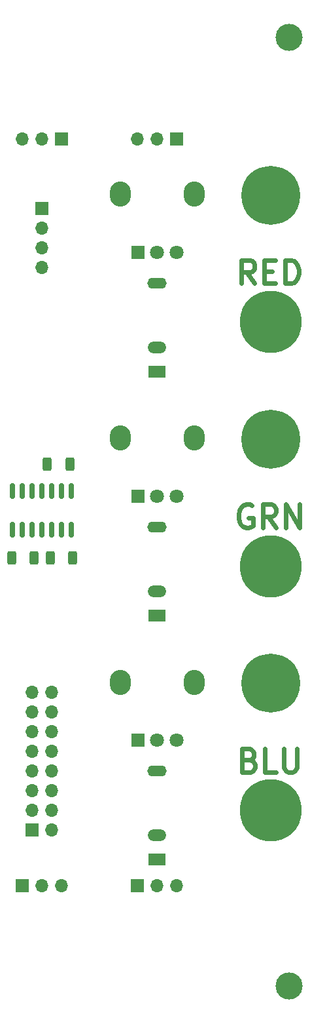
<source format=gbr>
%TF.GenerationSoftware,KiCad,Pcbnew,(6.0.0)*%
%TF.CreationDate,2022-02-24T10:47:42+08:00*%
%TF.ProjectId,LedController 2HP sandwich,4c656443-6f6e-4747-926f-6c6c65722032,rev?*%
%TF.SameCoordinates,Original*%
%TF.FileFunction,Soldermask,Top*%
%TF.FilePolarity,Negative*%
%FSLAX46Y46*%
G04 Gerber Fmt 4.6, Leading zero omitted, Abs format (unit mm)*
G04 Created by KiCad (PCBNEW (6.0.0)) date 2022-02-24 10:47:42*
%MOMM*%
%LPD*%
G01*
G04 APERTURE LIST*
G04 Aperture macros list*
%AMRoundRect*
0 Rectangle with rounded corners*
0 $1 Rounding radius*
0 $2 $3 $4 $5 $6 $7 $8 $9 X,Y pos of 4 corners*
0 Add a 4 corners polygon primitive as box body*
4,1,4,$2,$3,$4,$5,$6,$7,$8,$9,$2,$3,0*
0 Add four circle primitives for the rounded corners*
1,1,$1+$1,$2,$3*
1,1,$1+$1,$4,$5*
1,1,$1+$1,$6,$7*
1,1,$1+$1,$8,$9*
0 Add four rect primitives between the rounded corners*
20,1,$1+$1,$2,$3,$4,$5,0*
20,1,$1+$1,$4,$5,$6,$7,0*
20,1,$1+$1,$6,$7,$8,$9,0*
20,1,$1+$1,$8,$9,$2,$3,0*%
G04 Aperture macros list end*
%ADD10C,0.600000*%
%ADD11RoundRect,0.250000X0.312500X0.625000X-0.312500X0.625000X-0.312500X-0.625000X0.312500X-0.625000X0*%
%ADD12RoundRect,0.250000X-0.312500X-0.625000X0.312500X-0.625000X0.312500X0.625000X-0.312500X0.625000X0*%
%ADD13O,2.720000X3.240000*%
%ADD14R,1.800000X1.800000*%
%ADD15C,1.800000*%
%ADD16RoundRect,0.150000X0.150000X-0.825000X0.150000X0.825000X-0.150000X0.825000X-0.150000X-0.825000X0*%
%ADD17R,2.200000X1.500000*%
%ADD18O,2.500000X1.400000*%
%ADD19O,2.400000X1.500000*%
%ADD20R,1.700000X1.700000*%
%ADD21O,1.700000X1.700000*%
%ADD22C,8.000000*%
%ADD23C,7.612000*%
%ADD24C,3.500000*%
G04 APERTURE END LIST*
D10*
X31878571Y-81942149D02*
X32307142Y-82085006D01*
X32450000Y-82227863D01*
X32592857Y-82513577D01*
X32592857Y-82942149D01*
X32450000Y-83227863D01*
X32307142Y-83370720D01*
X32021428Y-83513577D01*
X30878571Y-83513577D01*
X30878571Y-80513577D01*
X31878571Y-80513577D01*
X32164285Y-80656435D01*
X32307142Y-80799292D01*
X32450000Y-81085006D01*
X32450000Y-81370720D01*
X32307142Y-81656435D01*
X32164285Y-81799292D01*
X31878571Y-81942149D01*
X30878571Y-81942149D01*
X35307142Y-83513577D02*
X33878571Y-83513577D01*
X33878571Y-80513577D01*
X36307142Y-80513577D02*
X36307142Y-82942149D01*
X36450000Y-83227863D01*
X36592857Y-83370720D01*
X36878571Y-83513577D01*
X37450000Y-83513577D01*
X37735714Y-83370720D01*
X37878571Y-83227863D01*
X38021428Y-82942149D01*
X38021428Y-80513577D01*
X32164285Y-49080663D02*
X31878571Y-48937805D01*
X31450000Y-48937805D01*
X31021428Y-49080663D01*
X30735714Y-49366377D01*
X30592857Y-49652091D01*
X30450000Y-50223520D01*
X30450000Y-50652091D01*
X30592857Y-51223520D01*
X30735714Y-51509234D01*
X31021428Y-51794948D01*
X31450000Y-51937805D01*
X31735714Y-51937805D01*
X32164285Y-51794948D01*
X32307142Y-51652091D01*
X32307142Y-50652091D01*
X31735714Y-50652091D01*
X35307142Y-51937805D02*
X34307142Y-50509234D01*
X33592857Y-51937805D02*
X33592857Y-48937805D01*
X34735714Y-48937805D01*
X35021428Y-49080663D01*
X35164285Y-49223520D01*
X35307142Y-49509234D01*
X35307142Y-49937805D01*
X35164285Y-50223520D01*
X35021428Y-50366377D01*
X34735714Y-50509234D01*
X33592857Y-50509234D01*
X36592857Y-51937805D02*
X36592857Y-48937805D01*
X38307142Y-51937805D01*
X38307142Y-48937805D01*
X32521428Y-20384476D02*
X31521428Y-18955905D01*
X30807142Y-20384476D02*
X30807142Y-17384476D01*
X31950000Y-17384476D01*
X32235714Y-17527334D01*
X32378571Y-17670191D01*
X32521428Y-17955905D01*
X32521428Y-18384476D01*
X32378571Y-18670191D01*
X32235714Y-18813048D01*
X31950000Y-18955905D01*
X30807142Y-18955905D01*
X33807142Y-18813048D02*
X34807142Y-18813048D01*
X35235714Y-20384476D02*
X33807142Y-20384476D01*
X33807142Y-17384476D01*
X35235714Y-17384476D01*
X36521428Y-20384476D02*
X36521428Y-17384476D01*
X37235714Y-17384476D01*
X37664285Y-17527334D01*
X37950000Y-17813048D01*
X38092857Y-18098762D01*
X38235714Y-18670191D01*
X38235714Y-19098762D01*
X38092857Y-19670191D01*
X37950000Y-19955905D01*
X37664285Y-20241619D01*
X37235714Y-20384476D01*
X36521428Y-20384476D01*
D11*
%TO.C,R4*%
X4012020Y-55854097D03*
X1087020Y-55854097D03*
%TD*%
D12*
%TO.C,R5*%
X6077020Y-55824097D03*
X9002020Y-55824097D03*
%TD*%
%TO.C,R6*%
X5697500Y-43720000D03*
X8622500Y-43720000D03*
%TD*%
D13*
%TO.C,RV2*%
X15110000Y-40387185D03*
X24710000Y-40387185D03*
D14*
X17410000Y-47887185D03*
D15*
X19910000Y-47887185D03*
X22410000Y-47887185D03*
%TD*%
D13*
%TO.C,RV3*%
X15110000Y-8862463D03*
X24710000Y-8862463D03*
D14*
X17410000Y-16362463D03*
D15*
X19910000Y-16362463D03*
X22410000Y-16362463D03*
%TD*%
D16*
%TO.C,U1*%
X1190000Y-52184097D03*
X2460000Y-52184097D03*
X3730000Y-52184097D03*
X5000000Y-52184097D03*
X6270000Y-52184097D03*
X7540000Y-52184097D03*
X8810000Y-52184097D03*
X8810000Y-47234097D03*
X7540000Y-47234097D03*
X6270000Y-47234097D03*
X5000000Y-47234097D03*
X3730000Y-47234097D03*
X2460000Y-47234097D03*
X1190000Y-47234097D03*
%TD*%
D17*
%TO.C,J1*%
X19910000Y-94793050D03*
D18*
X19910000Y-83393050D03*
D19*
X19910000Y-91693050D03*
%TD*%
D17*
%TO.C,J2*%
X19910000Y-63274016D03*
D18*
X19910000Y-51874016D03*
D19*
X19910000Y-60174016D03*
%TD*%
D17*
%TO.C,J3*%
X19910000Y-31754983D03*
D18*
X19910000Y-20354983D03*
D19*
X19910000Y-28654983D03*
%TD*%
D13*
%TO.C,RV1*%
X15110000Y-71911907D03*
X24710000Y-71911907D03*
D14*
X17410000Y-79411907D03*
D15*
X19910000Y-79411907D03*
X22410000Y-79411907D03*
%TD*%
D20*
%TO.C,REF\u002A\u002A*%
X7525000Y-1760000D03*
D21*
X4985000Y-1760000D03*
X2445000Y-1760000D03*
%TD*%
D22*
%TO.C,*%
X34584447Y-25392520D03*
%TD*%
%TO.C,*%
X34584447Y-88430587D03*
%TD*%
D20*
%TO.C,REF\u002A\u002A*%
X2475000Y-98140000D03*
D21*
X5015000Y-98140000D03*
X7555000Y-98140000D03*
%TD*%
D23*
%TO.C,*%
X34584447Y-72029444D03*
%TD*%
D24*
%TO.C,U$1*%
X36992500Y11362500D03*
X36992500Y-111137500D03*
%TD*%
D23*
%TO.C,*%
X34584447Y-8980000D03*
%TD*%
D22*
%TO.C,*%
X34584447Y-56911553D03*
%TD*%
D23*
%TO.C,*%
X34584447Y-40504722D03*
%TD*%
D20*
%TO.C,J4*%
X3725000Y-90935000D03*
D21*
X6265000Y-90935000D03*
X3725000Y-88395000D03*
X6265000Y-88395000D03*
X3725000Y-85855000D03*
X6265000Y-85855000D03*
X3725000Y-83315000D03*
X6265000Y-83315000D03*
X3725000Y-80775000D03*
X6265000Y-80775000D03*
X3725000Y-78235000D03*
X6265000Y-78235000D03*
X3725000Y-75695000D03*
X6265000Y-75695000D03*
X3725000Y-73155000D03*
X6265000Y-73155000D03*
%TD*%
D20*
%TO.C,J5*%
X5000000Y-10750000D03*
D21*
X5000000Y-13290000D03*
X5000000Y-15830000D03*
X5000000Y-18370000D03*
%TD*%
D20*
%TO.C,REF\u002A\u002A*%
X22435000Y-1750000D03*
D21*
X19895000Y-1750000D03*
X17355000Y-1750000D03*
%TD*%
D20*
%TO.C,REF\u002A\u002A*%
X17385000Y-98190000D03*
D21*
X19925000Y-98190000D03*
X22465000Y-98190000D03*
%TD*%
M02*

</source>
